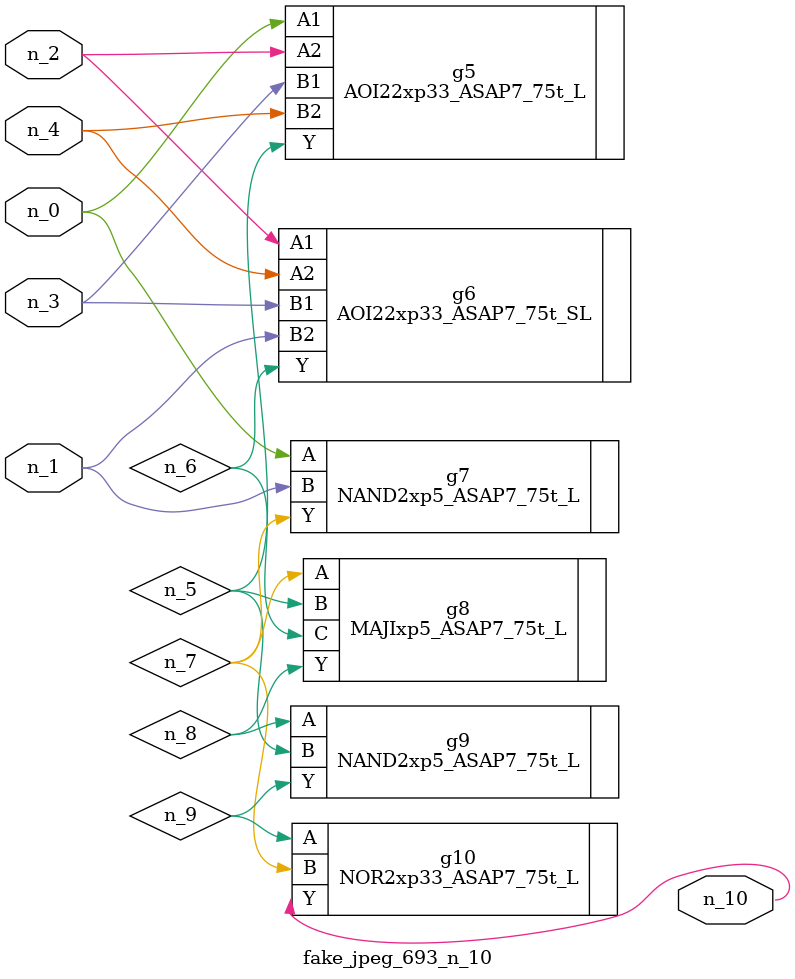
<source format=v>
module fake_jpeg_693_n_10 (n_3, n_2, n_1, n_0, n_4, n_10);

input n_3;
input n_2;
input n_1;
input n_0;
input n_4;

output n_10;

wire n_8;
wire n_9;
wire n_6;
wire n_5;
wire n_7;

AOI22xp33_ASAP7_75t_L g5 ( 
.A1(n_0),
.A2(n_2),
.B1(n_3),
.B2(n_4),
.Y(n_5)
);

AOI22xp33_ASAP7_75t_SL g6 ( 
.A1(n_2),
.A2(n_4),
.B1(n_3),
.B2(n_1),
.Y(n_6)
);

NAND2xp5_ASAP7_75t_L g7 ( 
.A(n_0),
.B(n_1),
.Y(n_7)
);

MAJIxp5_ASAP7_75t_L g8 ( 
.A(n_7),
.B(n_5),
.C(n_6),
.Y(n_8)
);

NAND2xp5_ASAP7_75t_L g9 ( 
.A(n_8),
.B(n_5),
.Y(n_9)
);

NOR2xp33_ASAP7_75t_L g10 ( 
.A(n_9),
.B(n_7),
.Y(n_10)
);


endmodule
</source>
